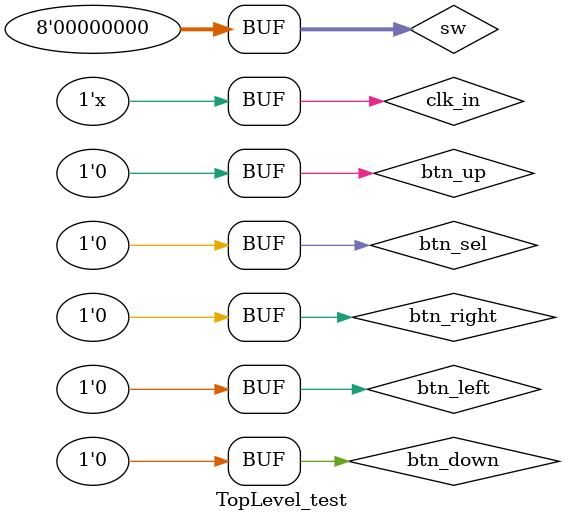
<source format=v>
`timescale 1ns / 1ps


module TopLevel_test;

	// Inputs
	reg clk_in;
	reg btn_up;
	reg btn_down;
	reg btn_left;
	reg btn_right;
	reg btn_sel;
	reg [7:0] sw;

	// Outputs
	wire [7:0] led;
	wire [7:0] rgb;
	wire hsync;
	wire vsync;
	wire [7:0] seg;
	wire [3:0] an;

	// Instantiate the Unit Under Test (UUT)
	TopLevel uut (
		.clk_in(clk_in), 
		.btn_up(btn_up), 
		.btn_down(btn_down), 
		.btn_left(btn_left), 
		.btn_right(btn_right), 
		.btn_sel(btn_sel), 
		.sw(sw), 
		.led(led), 
		.rgb(rgb), 
		.hsync(hsync), 
		.vsync(vsync), 
		.seg(seg), 
		.an(an)
	);

	initial begin
		// Initialize Inputs
		clk_in = 0;
		btn_up = 0;
		btn_down = 0;
		btn_left = 0;
		btn_right = 0;
		btn_sel = 0;
		sw = 0;

		// Wait 100 ns for global reset to finish
		#100;
        
		// Add stimulus here

	end
	
	// Simulate 100 MHz Clock in signal
	always begin
		#5 clk_in = !clk_in;
	end
      
endmodule


</source>
